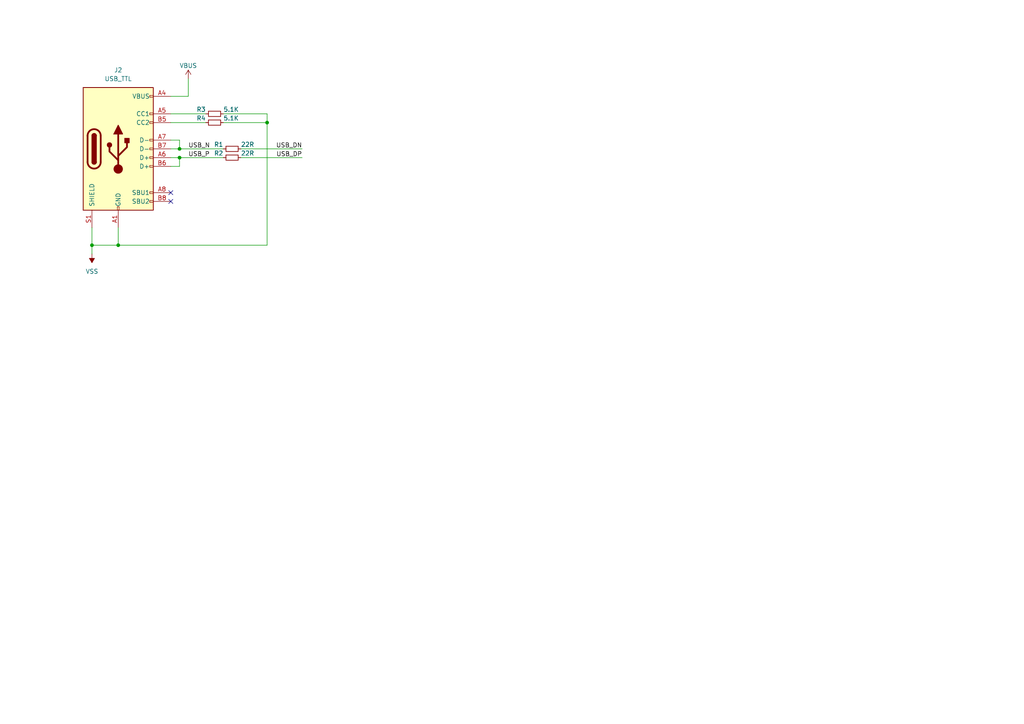
<source format=kicad_sch>
(kicad_sch (version 20250114) (generator "eeschema") (generator_version "9.0")
  (paper "A4")
  (lib_symbols
    (symbol "Connector:USB_C_Receptacle_USB2.0" (pin_names (offset 1.016))
      (property "Reference" "J" (at -10.16 19.05 0))
      (property "Value" "USB_C_Receptacle_USB2.0" (at 19.05 19.05 0))
      (symbol "USB_C_Receptacle_USB2.0_0_0"
        (rectangle (start -0.254 -17.78) (end 0.254 -16.764))
        (rectangle (start 10.16 15.494) (end 9.144 14.986))
        (rectangle (start 10.16 10.414) (end 9.144 9.906))
        (rectangle (start 10.16 7.874) (end 9.144 7.366))
        (rectangle (start 10.16 2.794) (end 9.144 2.286))
        (rectangle (start 10.16 0.254) (end 9.144 -0.254))
        (rectangle (start 10.16 -2.286) (end 9.144 -2.794))
        (rectangle (start 10.16 -4.826) (end 9.144 -5.334))
        (rectangle (start 10.16 -12.446) (end 9.144 -12.954))
        (rectangle (start 10.16 -14.986) (end 9.144 -15.494))
      )
      (symbol "USB_C_Receptacle_USB2.0_0_1"
        (rectangle (start -10.16 17.78) (end 10.16 -17.78) (stroke (width 0.254)) (fill (type background)))
        (polyline (pts (xy -8.89 -3.81) (xy -8.89 3.81)) (stroke (width 0.508)))
        (rectangle (start -7.62 -3.81) (end -6.35 3.81) (stroke (width 0.254)) (fill (type outline)))
        (arc (start -7.62 3.81) (mid -6.985 4.4423) (end -6.35 3.81) (stroke (width 0.254)))
        (arc (start -7.62 3.81) (mid -6.985 4.4423) (end -6.35 3.81) (stroke (width 0.254)) (fill (type outline)))
        (arc (start -8.89 3.81) (mid -6.985 5.7067) (end -5.08 3.81) (stroke (width 0.508)))
        (arc (start -5.08 -3.81) (mid -6.985 -5.7067) (end -8.89 -3.81) (stroke (width 0.508)))
        (arc (start -6.35 -3.81) (mid -6.985 -4.4423) (end -7.62 -3.81) (stroke (width 0.254)))
        (arc (start -6.35 -3.81) (mid -6.985 -4.4423) (end -7.62 -3.81) (stroke (width 0.254)) (fill (type outline)))
        (polyline (pts (xy -5.08 3.81) (xy -5.08 -3.81)) (stroke (width 0.508)))
        (circle (center -2.54 1.143) (radius 0.635) (stroke (width 0.254)) (fill (type outline)))
        (polyline (pts (xy -1.27 4.318) (xy 0 6.858) (xy 1.27 4.318) (xy -1.27 4.318)) (stroke (width 0.254)) (fill (type outline)))
        (polyline (pts (xy 0 -2.032) (xy 2.54 0.508) (xy 2.54 1.778)) (stroke (width 0.508)))
        (polyline (pts (xy 0 -3.302) (xy -2.54 -0.762) (xy -2.54 0.508)) (stroke (width 0.508)))
        (polyline (pts (xy 0 -5.842) (xy 0 4.318)) (stroke (width 0.508)))
        (circle (center 0 -5.842) (radius 1.27) (fill (type outline)))
        (rectangle (start 1.905 1.778) (end 3.175 3.048) (stroke (width 0.254)) (fill (type outline)))
      )
      (symbol "USB_C_Receptacle_USB2.0_1_1"
        (pin passive line (at -7.62 -22.86 90) (length 5.08) (name "SHIELD") (number "S1"))
        (pin passive line (at 0 -22.86 90) (length 5.08) (name "GND") (number "A1"))
        (pin passive line (at 0 -22.86 90) (length 5.08) (hide yes) (name "GND") (number "A12"))
        (pin passive line (at 0 -22.86 90) (length 5.08) (hide yes) (name "GND") (number "B1"))
        (pin passive line (at 0 -22.86 90) (length 5.08) (hide yes) (name "GND") (number "B12"))
        (pin passive line (at 15.24 15.24 180) (length 5.08) (name "VBUS") (number "A4"))
        (pin passive line (at 15.24 15.24 180) (length 5.08) (hide yes) (name "VBUS") (number "A9"))
        (pin passive line (at 15.24 15.24 180) (length 5.08) (hide yes) (name "VBUS") (number "B4"))
        (pin passive line (at 15.24 15.24 180) (length 5.08) (hide yes) (name "VBUS") (number "B9"))
        (pin bidirectional line (at 15.24 10.16 180) (length 5.08) (name "CC1") (number "A5"))
        (pin bidirectional line (at 15.24 7.62 180) (length 5.08) (name "CC2") (number "B5"))
        (pin bidirectional line (at 15.24 2.54 180) (length 5.08) (name "D-") (number "A7"))
        (pin bidirectional line (at 15.24 0 180) (length 5.08) (name "D-") (number "B7"))
        (pin bidirectional line (at 15.24 -2.54 180) (length 5.08) (name "D+") (number "A6"))
        (pin bidirectional line (at 15.24 -5.08 180) (length 5.08) (name "D+") (number "B6"))
        (pin bidirectional line (at 15.24 -12.7 180) (length 5.08) (name "SBU1") (number "A8"))
        (pin bidirectional line (at 15.24 -15.24 180) (length 5.08) (name "SBU2") (number "B8"))
      )
    )
    (symbol "Device:R_Small" (pin_numbers (hide yes)) (pin_names (offset 0.254) (hide yes))
      (property "Reference" "R" (at 0.762 0.508 0))
      (property "Value" "R_Small" (at 0.762 -1.016 0))
      (symbol "R_Small_0_1"
        (rectangle (start -0.762 1.778) (end 0.762 -1.778) (stroke (width 0.2032)))
      )
      (symbol "R_Small_1_1"
        (pin passive line (at 0 2.54 270) (length 0.762) (name "~") (number "1"))
        (pin passive line (at 0 -2.54 90) (length 0.762) (name "~") (number "2"))
      )
    )
    (symbol "power:VBUS" (power) (pin_names (offset 0))
      (property "Value" "VBUS" (at 0 3.81 0))
      (symbol "VBUS_0_1"
        (polyline (pts (xy -0.762 1.27) (xy 0 2.54)))
        (polyline (pts (xy 0 2.54) (xy 0.762 1.27)))
        (polyline (pts (xy 0 0) (xy 0 2.54)))
      )
      (symbol "VBUS_1_1"
        (pin power_in line (at 0 0 90) (length 0) (hide yes) (name "VBUS") (number "1"))
      )
    )
    (symbol "power:VSS" (power) (pin_names (offset 0))
      (property "Value" "VSS" (at 0 3.81 0))
      (symbol "VSS_0_1"
        (polyline (pts (xy 0 0) (xy 0 2.54)))
        (polyline (pts (xy 0.762 1.27) (xy -0.762 1.27) (xy 0 2.54) (xy 0.762 1.27)) (fill (type outline)))
      )
      (symbol "VSS_1_1"
        (pin power_in line (at 0 0 90) (length 0) (hide yes) (name "VSS") (number "1"))
      )
    )
  )
  (junction (at 52.07 45.72))
  (junction (at 77.47 35.56))
  (junction (at 26.67 71.12))
  (junction (at 52.07 43.18))
  (junction (at 34.29 71.12))
  (no_connect (at 49.53 55.88))
  (no_connect (at 49.53 58.42))
  (wire (pts (xy 69.85 45.72) (xy 87.63 45.72)))
  (wire (pts (xy 49.53 40.64) (xy 52.07 40.64)))
  (wire (pts (xy 52.07 40.64) (xy 52.07 43.18)))
  (wire (pts (xy 34.29 66.04) (xy 34.29 71.12)))
  (wire (pts (xy 64.77 33.02) (xy 77.47 33.02)))
  (wire (pts (xy 77.47 33.02) (xy 77.47 35.56)))
  (wire (pts (xy 34.29 71.12) (xy 26.67 71.12)))
  (wire (pts (xy 52.07 43.18) (xy 64.77 43.18)))
  (wire (pts (xy 49.53 48.26) (xy 52.07 48.26)))
  (wire (pts (xy 54.61 22.86) (xy 54.61 27.94)))
  (wire (pts (xy 52.07 48.26) (xy 52.07 45.72)))
  (wire (pts (xy 49.53 43.18) (xy 52.07 43.18)))
  (wire (pts (xy 26.67 71.12) (xy 26.67 73.66)))
  (wire (pts (xy 77.47 35.56) (xy 77.47 71.12)))
  (wire (pts (xy 54.61 27.94) (xy 49.53 27.94)))
  (wire (pts (xy 52.07 45.72) (xy 64.77 45.72)))
  (wire (pts (xy 26.67 71.12) (xy 26.67 66.04)))
  (wire (pts (xy 49.53 45.72) (xy 52.07 45.72)))
  (wire (pts (xy 64.77 35.56) (xy 77.47 35.56)))
  (wire (pts (xy 77.47 71.12) (xy 34.29 71.12)))
  (wire (pts (xy 49.53 33.02) (xy 59.69 33.02)))
  (wire (pts (xy 49.53 35.56) (xy 59.69 35.56)))
  (wire (pts (xy 69.85 43.18) (xy 87.63 43.18)))
  (label "USB_DN" (at 87.63 43.18 180))
  (label "USB_DP" (at 87.63 45.72 180))
  (label "USB_N" (at 54.61 43.18 0))
  (label "USB_P" (at 54.61 45.72 0))
  (symbol (lib_id "Device:R_Small") (at 67.31 45.72 90) (unit 1)
    (property "Reference" "R2" (at 64.77 44.45 90) (effects (justify left)))
    (property "Value" "22R" (at 69.85 44.45 90) (effects (justify right)))
    (property "Footprint" "Resistor_SMD:R_0603_1608Metric" (effects (hide yes)))
    (property "Description" "Resistor, small symbol" (effects (hide yes)))
  )
  (symbol (lib_id "Device:R_Small") (at 62.23 33.02 90) (unit 1)
    (property "Reference" "R3" (at 59.69 31.75 90) (effects (justify left)))
    (property "Value" "5.1K" (at 64.77 31.75 90) (effects (justify right)))
    (property "Footprint" "Resistor_SMD:R_0603_1608Metric" (effects (hide yes)))
  )
  (symbol (lib_id "power:VSS") (at 26.67 73.66 180) (unit 1)
    (property "Reference" "#PWR0101" (effects (hide yes)))
    (property "Value" "VSS" (at 26.67 78.74 0))
  )
  (symbol (lib_id "Device:R_Small") (at 62.23 35.56 90) (unit 1)
    (property "Reference" "R4" (at 59.69 34.29 90) (effects (justify left)))
    (property "Value" "5.1K" (at 64.77 34.29 90) (effects (justify right)))
    (property "Footprint" "Resistor_SMD:R_0603_1608Metric" (effects (hide yes)))
  )
  (symbol (lib_id "Device:R_Small") (at 67.31 43.18 90) (unit 1)
    (property "Reference" "R1" (at 64.77 41.91 90) (effects (justify left)))
    (property "Value" "22R" (at 69.85 41.91 90) (effects (justify right)))
    (property "Footprint" "Resistor_SMD:R_0603_1608Metric" (effects (hide yes)))
    (property "Description" "Resistor, small symbol" (effects (hide yes)))
  )
  (symbol (lib_id "power:VBUS") (at 54.61 22.86 0) (unit 1)
    (property "Reference" "#PWR0106" (effects (hide yes)))
    (property "Value" "VBUS" (at 54.61 19.05 0))
  )
  (symbol (lib_id "Connector:USB_C_Receptacle_USB2.0") (at 34.29 43.18 0) (unit 1)
    (property "Reference" "J2" (at 34.29 20.32 0))
    (property "Value" "USB_TTL" (at 34.29 22.86 0))
    (property "Footprint" "Connector_USB:USB_C_Receptacle_HRO_TYPE-C-31-M-12" (effects (hide yes)))
    (property "Datasheet" "https://www.usb.org/sites/default/files/documents/usb_type-c.zip" (effects (hide yes)))
  )
)
</source>
